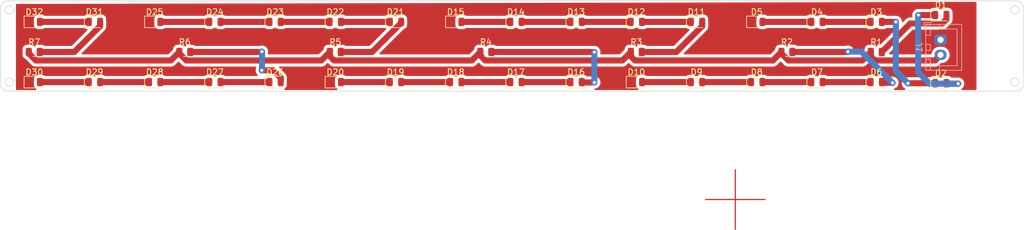
<source format=kicad_pcb>
(kicad_pcb (version 20221018) (generator pcbnew)
  (title_block (title "Brake_light") (date "2023-12-02") (rev "v1.4") (company "TTR_8th") (comment 1 "Designed By Howard Lee"))
  (layers (0 "F.Cu" signal) (31 "B.Cu" signal) (34 "B.Paste" user) (35 "F.Paste" user) (36 "B.SilkS" user "B.Silkscreen") (37 "F.SilkS" user "F.Silkscreen") (38 "B.Mask" user) (39 "F.Mask" user) (44 "Edge.Cuts" user))
  (net 0 "")
  (net 1 "Net-(D1-K)")
  (net 2 "Net-(D1-A)")
  (net 3 "/GND")
  (net 4 "Net-(D3-K)")
  (net 5 "Net-(D2-K)")
  (net 6 "Net-(D4-K)")
  (net 7 "Net-(D6-K)")
  (net 8 "Net-(D7-K)")
  (net 9 "Net-(D6-A)")
  (net 10 "Net-(D10-A)")
  (net 11 "Net-(D8-K)")
  (net 12 "Net-(D11-K)")
  (net 13 "Net-(D11-A)")
  (net 14 "Net-(D13-K)")
  (net 15 "Net-(D12-K)")
  (net 16 "Net-(D14-K)")
  (net 17 "Net-(D16-K)")
  (net 18 "Net-(D17-K)")
  (net 19 "Net-(D16-A)")
  (net 20 "Net-(D19-K)")
  (net 21 "Net-(D18-K)")
  (net 22 "Net-(D21-K)")
  (net 23 "Net-(D21-A)")
  (net 24 "Net-(D23-K)")
  (net 25 "Net-(D22-K)")
  (net 26 "Net-(D24-K)")
  (net 27 "Net-(D26-K)")
  (net 28 "Net-(D27-K)")
  (net 29 "Net-(D26-A)")
  (net 30 "Net-(D29-K)")
  (net 31 "Net-(D28-K)")
  (net 32 "/Vcc")
  (net 33 "Net-(D31-K)")
  (net 34 "Net-(D31-A)")
  (footprint "Resistor_SMD:R_0805_2012Metric" (layer "F.Cu") (at 195.497 98.497)
    (fp_text reference "R1" (at 0 -1.65) (layer "F.SilkS"))
    (fp_text value "220 Ohm")
    (fp_line (start -0.227064 -0.735) (end 0.227064 -0.735) (stroke (width 0.12)) (layer "F.SilkS"))
    (fp_line (start -0.227064 0.735) (end 0.227064 0.735) (stroke (width 0.12)) (layer "F.SilkS"))
    (pad "1" smd roundrect (at -0.9125 0) (size 1.025 1.4) (layers "F.Cu" "F.Paste" "F.Mask") (roundrect_rratio 0.243902439) (net 32 "/Vcc"))
    (pad "2" smd roundrect (at 0.9125 0) (size 1.025 1.4) (layers "F.Cu" "F.Paste" "F.Mask") (roundrect_rratio 0.243902439) (net 2 "Net-(D1-A)"))
  )
  (footprint "LED_SMD:LED_0805_2012Metric" (layer "F.Cu") (at 55.647 103.494)
    (fp_text reference "D30" (at 0 -1.65) (layer "F.SilkS"))
    (fp_text value "LED_Small")
    (fp_line (start -1.685 -0.96) (end -1.685 0.96) (stroke (width 0.12)) (layer "F.SilkS"))
    (fp_line (start -1.685 0.96) (end 1 0.96) (stroke (width 0.12)) (layer "F.SilkS"))
    (fp_line (start 1 -0.96) (end -1.685 -0.96) (stroke (width 0.12)) (layer "F.SilkS"))
    (pad "1" smd roundrect (at -0.9375 0) (size 0.975 1.4) (layers "F.Cu" "F.Paste" "F.Mask") (net 3 "/GND"))
    (pad "2" smd roundrect (at 0.9375 0) (size 0.975 1.4) (layers "F.Cu" "F.Paste" "F.Mask") (net 30 "Net-(D29-K)"))
  )
  (footprint "LED_SMD:LED_0805_2012Metric" (layer "F.Cu") (at 165.647 103.494)
    (fp_text reference "D9" (at 0 -1.65) (layer "F.SilkS"))
    (fp_text value "LED_Small")
    (fp_line (start -1.685 -0.96) (end -1.685 0.96) (stroke (width 0.12)) (layer "F.SilkS"))
    (fp_line (start -1.685 0.96) (end 1 0.96) (stroke (width 0.12)) (layer "F.SilkS"))
    (fp_line (start 1 -0.96) (end -1.685 -0.96) (stroke (width 0.12)) (layer "F.SilkS"))
    (pad "1" smd roundrect (at -0.9375 0) (size 0.975 1.4) (layers "F.Cu" "F.Paste" "F.Mask") (net 10 "Net-(D10-A)"))
    (pad "2" smd roundrect (at 0.9375 0) (size 0.975 1.4) (layers "F.Cu" "F.Paste" "F.Mask") (net 11 "Net-(D8-K)"))
  )
  (footprint "LED_SMD:LED_0805_2012Metric" (layer "F.Cu") (at 55.647 93.5)
    (fp_text reference "D32" (at 0 -1.65) (layer "F.SilkS"))
    (fp_text value "LED_Small")
    (fp_line (start -1.685 -0.96) (end -1.685 0.96) (stroke (width 0.12)) (layer "F.SilkS"))
    (fp_line (start -1.685 0.96) (end 1 0.96) (stroke (width 0.12)) (layer "F.SilkS"))
    (fp_line (start 1 -0.96) (end -1.685 -0.96) (stroke (width 0.12)) (layer "F.SilkS"))
    (pad "1" smd roundrect (at -0.9375 0) (size 0.975 1.4) (layers "F.Cu" "F.Paste" "F.Mask") (net 3 "/GND"))
    (pad "2" smd roundrect (at 0.9375 0) (size 0.975 1.4) (layers "F.Cu" "F.Paste" "F.Mask") (net 33 "Net-(D31-K)"))
  )
  (footprint "LED_SMD:LED_0805_2012Metric" (layer "F.Cu") (at 165.647 93.5)
    (fp_text reference "D11" (at 0 -1.65) (layer "F.SilkS"))
    (fp_text value "LED_Small")
    (fp_line (start -1.685 -0.96) (end -1.685 0.96) (stroke (width 0.12)) (layer "F.SilkS"))
    (fp_line (start -1.685 0.96) (end 1 0.96) (stroke (width 0.12)) (layer "F.SilkS"))
    (fp_line (start 1 -0.96) (end -1.685 -0.96) (stroke (width 0.12)) (layer "F.SilkS"))
    (pad "1" smd roundrect (at -0.9375 0) (size 0.975 1.4) (layers "F.Cu" "F.Paste" "F.Mask") (net 12 "Net-(D11-K)"))
    (pad "2" smd roundrect (at 0.9375 0) (size 0.975 1.4) (layers "F.Cu" "F.Paste" "F.Mask") (net 13 "Net-(D11-A)"))
  )
  (footprint "Resistor_SMD:R_0805_2012Metric" (layer "F.Cu") (at 80.647 98.497)
    (fp_text reference "R6" (at 0 -1.65) (layer "F.SilkS"))
    (fp_text value "220 Ohm")
    (fp_line (start -0.227064 -0.735) (end 0.227064 -0.735) (stroke (width 0.12)) (layer "F.SilkS"))
    (fp_line (start -0.227064 0.735) (end 0.227064 0.735) (stroke (width 0.12)) (layer "F.SilkS"))
    (pad "1" smd roundrect (at -0.9125 0) (size 1.025 1.4) (layers "F.Cu" "F.Paste" "F.Mask") (roundrect_rratio 0.243902439) (net 32 "/Vcc"))
    (pad "2" smd roundrect (at 0.9125 0) (size 1.025 1.4) (layers "F.Cu" "F.Paste" "F.Mask") (roundrect_rratio 0.243902439) (net 29 "Net-(D26-A)"))
  )
  (footprint "LED_SMD:LED_0805_2012Metric" (layer "F.Cu") (at 155.647 103.494)
    (fp_text reference "D10" (at 0 -1.65) (layer "F.SilkS"))
    (fp_text value "LED_Small")
    (fp_line (start -1.685 -0.96) (end -1.685 0.96) (stroke (width 0.12)) (layer "F.SilkS"))
    (fp_line (start -1.685 0.96) (end 1 0.96) (stroke (width 0.12)) (layer "F.SilkS"))
    (fp_line (start 1 -0.96) (end -1.685 -0.96) (stroke (width 0.12)) (layer "F.SilkS"))
    (pad "1" smd roundrect (at -0.9375 0) (size 0.975 1.4) (layers "F.Cu" "F.Paste" "F.Mask") (net 3 "/GND"))
    (pad "2" smd roundrect (at 0.9375 0) (size 0.975 1.4) (layers "F.Cu" "F.Paste" "F.Mask") (net 10 "Net-(D10-A)"))
  )
  (footprint "LED_SMD:LED_0805_2012Metric" (layer "F.Cu") (at 185.647 103.494)
    (fp_text reference "D7" (at 0 -1.65) (layer "F.SilkS"))
    (fp_text value "LED_Small")
    (fp_line (start -1.685 -0.96) (end -1.685 0.96) (stroke (width 0.12)) (layer "F.SilkS"))
    (fp_line (start -1.685 0.96) (end 1 0.96) (stroke (width 0.12)) (layer "F.SilkS"))
    (fp_line (start 1 -0.96) (end -1.685 -0.96) (stroke (width 0.12)) (layer "F.SilkS"))
    (pad "1" smd roundrect (at -0.9375 0) (size 0.975 1.4) (layers "F.Cu" "F.Paste" "F.Mask") (net 8 "Net-(D7-K)"))
    (pad "2" smd roundrect (at 0.9375 0) (size 0.975 1.4) (layers "F.Cu" "F.Paste" "F.Mask") (net 7 "Net-(D6-K)"))
  )
  (footprint "Resistor_SMD:R_0805_2012Metric" (layer "F.Cu") (at 155.647 98.497)
    (fp_text reference "R3" (at 0 -1.65) (layer "F.SilkS"))
    (fp_text value "220 Ohm")
    (fp_line (start -0.227064 -0.735) (end 0.227064 -0.735) (stroke (width 0.12)) (layer "F.SilkS"))
    (fp_line (start -0.227064 0.735) (end 0.227064 0.735) (stroke (width 0.12)) (layer "F.SilkS"))
    (pad "1" smd roundrect (at -0.9125 0) (size 1.025 1.4) (layers "F.Cu" "F.Paste" "F.Mask") (roundrect_rratio 0.243902439) (net 32 "/Vcc"))
    (pad "2" smd roundrect (at 0.9125 0) (size 1.025 1.4) (layers "F.Cu" "F.Paste" "F.Mask") (roundrect_rratio 0.243902439) (net 13 "Net-(D11-A)"))
  )
  (footprint "LED_SMD:LED_0805_2012Metric" (layer "F.Cu") (at 105.647 93.5)
    (fp_text reference "D22" (at 0 -1.65) (layer "F.SilkS"))
    (fp_text value "LED_Small")
    (fp_line (start -1.685 -0.96) (end -1.685 0.96) (stroke (width 0.12)) (layer "F.SilkS"))
    (fp_line (start -1.685 0.96) (end 1 0.96) (stroke (width 0.12)) (layer "F.SilkS"))
    (fp_line (start 1 -0.96) (end -1.685 -0.96) (stroke (width 0.12)) (layer "F.SilkS"))
    (pad "1" smd roundrect (at -0.9375 0) (size 0.975 1.4) (layers "F.Cu" "F.Paste" "F.Mask") (net 25 "Net-(D22-K)"))
    (pad "2" smd roundrect (at 0.9375 0) (size 0.975 1.4) (layers "F.Cu" "F.Paste" "F.Mask") (net 22 "Net-(D21-K)"))
  )
  (footprint "Resistor_SMD:R_0805_2012Metric" (layer "F.Cu") (at 105.647 98.497)
    (fp_text reference "R5" (at 0 -1.65) (layer "F.SilkS"))
    (fp_text value "220 Ohm")
    (fp_line (start -0.227064 -0.735) (end 0.227064 -0.735) (stroke (width 0.12)) (layer "F.SilkS"))
    (fp_line (start -0.227064 0.735) (end 0.227064 0.735) (stroke (width 0.12)) (layer "F.SilkS"))
    (pad "1" smd roundrect (at -0.9125 0) (size 1.025 1.4) (layers "F.Cu" "F.Paste" "F.Mask") (roundrect_rratio 0.243902439) (net 32 "/Vcc"))
    (pad "2" smd roundrect (at 0.9125 0) (size 1.025 1.4) (layers "F.Cu" "F.Paste" "F.Mask") (roundrect_rratio 0.243902439) (net 23 "Net-(D21-A)"))
  )
  (footprint "LED_SMD:LED_0805_2012Metric" (layer "F.Cu") (at 125.647 93.5)
    (fp_text reference "D15" (at 0 -1.65) (layer "F.SilkS"))
    (fp_text value "LED_Small")
    (fp_line (start -1.685 -0.96) (end -1.685 0.96) (stroke (width 0.12)) (layer "F.SilkS"))
    (fp_line (start -1.685 0.96) (end 1 0.96) (stroke (width 0.12)) (layer "F.SilkS"))
    (fp_line (start 1 -0.96) (end -1.685 -0.96) (stroke (width 0.12)) (layer "F.SilkS"))
    (pad "1" smd roundrect (at -0.9375 0) (size 0.975 1.4) (layers "F.Cu" "F.Paste" "F.Mask") (net 3 "/GND"))
    (pad "2" smd roundrect (at 0.9375 0) (size 0.975 1.4) (layers "F.Cu" "F.Paste" "F.Mask") (net 16 "Net-(D14-K)"))
  )
  (footprint "LED_SMD:LED_0805_2012Metric" (layer "F.Cu") (at 135.647 103.494)
    (fp_text reference "D17" (at 0 -1.65) (layer "F.SilkS"))
    (fp_text value "LED_Small")
    (fp_line (start -1.685 -0.96) (end -1.685 0.96) (stroke (width 0.12)) (layer "F.SilkS"))
    (fp_line (start -1.685 0.96) (end 1 0.96) (stroke (width 0.12)) (layer "F.SilkS"))
    (fp_line (start 1 -0.96) (end -1.685 -0.96) (stroke (width 0.12)) (layer "F.SilkS"))
    (pad "1" smd roundrect (at -0.9375 0) (size 0.975 1.4) (layers "F.Cu" "F.Paste" "F.Mask") (net 18 "Net-(D17-K)"))
    (pad "2" smd roundrect (at 0.9375 0) (size 0.975 1.4) (layers "F.Cu" "F.Paste" "F.Mask") (net 17 "Net-(D16-K)"))
  )
  (footprint "LED_SMD:LED_0805_2012Metric" (layer "F.Cu") (at 95.647 103.494)
    (fp_text reference "D26" (at 0 -1.65) (layer "F.SilkS"))
    (fp_text value "LED_Small")
    (fp_line (start -1.685 -0.96) (end -1.685 0.96) (stroke (width 0.12)) (layer "F.SilkS"))
    (fp_line (start -1.685 0.96) (end 1 0.96) (stroke (width 0.12)) (layer "F.SilkS"))
    (fp_line (start 1 -0.96) (end -1.685 -0.96) (stroke (width 0.12)) (layer "F.SilkS"))
    (pad "1" smd roundrect (at -0.9375 0) (size 0.975 1.4) (layers "F.Cu" "F.Paste" "F.Mask") (net 27 "Net-(D26-K)"))
    (pad "2" smd roundrect (at 0.9375 0) (size 0.975 1.4) (layers "F.Cu" "F.Paste" "F.Mask") (net 29 "Net-(D26-A)"))
  )
  (footprint "LED_SMD:LED_0805_2012Metric" (layer "F.Cu") (at 206.22 103.69)
    (fp_text reference "D2" (at 0 -1.65) (layer "F.SilkS"))
    (fp_text value "LED_Small")
    (fp_line (start -1.685 -0.96) (end -1.685 0.96) (stroke (width 0.12)) (layer "F.SilkS"))
    (fp_line (start -1.685 0.96) (end 1 0.96) (stroke (width 0.12)) (layer "F.SilkS"))
    (fp_line (start 1 -0.96) (end -1.685 -0.96) (stroke (width 0.12)) (layer "F.SilkS"))
    (pad "1" smd roundrect (at -0.9375 0) (size 0.975 1.4) (layers "F.Cu" "F.Paste" "F.Mask") (net 5 "Net-(D2-K)"))
    (pad "2" smd roundrect (at 0.9375 0) (size 0.975 1.4) (layers "F.Cu" "F.Paste" "F.Mask") (net 1 "Net-(D1-K)"))
  )
  (footprint "LED_SMD:LED_0805_2012Metric" (layer "F.Cu") (at 75.647 93.5)
    (fp_text reference "D25" (at 0 -1.65) (layer "F.SilkS"))
    (fp_text value "LED_Small")
    (fp_line (start -1.685 -0.96) (end -1.685 0.96) (stroke (width 0.12)) (layer "F.SilkS"))
    (fp_line (start -1.685 0.96) (end 1 0.96) (stroke (width 0.12)) (layer "F.SilkS"))
    (fp_line (start 1 -0.96) (end -1.685 -0.96) (stroke (width 0.12)) (layer "F.SilkS"))
    (pad "1" smd roundrect (at -0.9375 0) (size 0.975 1.4) (layers "F.Cu" "F.Paste" "F.Mask") (net 3 "/GND"))
    (pad "2" smd roundrect (at 0.9375 0) (size 0.975 1.4) (layers "F.Cu" "F.Paste" "F.Mask") (net 26 "Net-(D24-K)"))
  )
  (footprint "LED_SMD:LED_0805_2012Metric" (layer "F.Cu") (at 175.647 93.5)
    (fp_text reference "D5" (at 0 -1.65) (layer "F.SilkS"))
    (fp_text value "LED_Small")
    (fp_line (start -1.685 -0.96) (end -1.685 0.96) (stroke (width 0.12)) (layer "F.SilkS"))
    (fp_line (start -1.685 0.96) (end 1 0.96) (stroke (width 0.12)) (layer "F.SilkS"))
    (fp_line (start 1 -0.96) (end -1.685 -0.96) (stroke (width 0.12)) (layer "F.SilkS"))
    (pad "1" smd roundrect (at -0.9375 0) (size 0.975 1.4) (layers "F.Cu" "F.Paste" "F.Mask") (net 3 "/GND"))
    (pad "2" smd roundrect (at 0.9375 0) (size 0.975 1.4) (layers "F.Cu" "F.Paste" "F.Mask") (net 6 "Net-(D4-K)"))
  )
  (footprint "LED_SMD:LED_0805_2012Metric" (layer "F.Cu") (at 145.647 93.5)
    (fp_text reference "D13" (at 0 -1.65) (layer "F.SilkS"))
    (fp_text value "LED_Small")
    (fp_line (start -1.685 -0.96) (end -1.685 0.96) (stroke (width 0.12)) (layer "F.SilkS"))
    (fp_line (start -1.685 0.96) (end 1 0.96) (stroke (width 0.12)) (layer "F.SilkS"))
    (fp_line (start 1 -0.96) (end -1.685 -0.96) (stroke (width 0.12)) (layer "F.SilkS"))
    (pad "1" smd roundrect (at -0.9375 0) (size 0.975 1.4) (layers "F.Cu" "F.Paste" "F.Mask") (net 14 "Net-(D13-K)"))
    (pad "2" smd roundrect (at 0.9375 0) (size 0.975 1.4) (layers "F.Cu" "F.Paste" "F.Mask") (net 15 "Net-(D12-K)"))
  )
  (footprint "LED_SMD:LED_0805_2012Metric" (layer "F.Cu") (at 65.647 103.494)
    (fp_text reference "D29" (at 0 -1.65) (layer "F.SilkS"))
    (fp_text value "LED_Small")
    (fp_line (start -1.685 -0.96) (end -1.685 0.96) (stroke (width 0.12)) (layer "F.SilkS"))
    (fp_line (start -1.685 0.96) (end 1 0.96) (stroke (width 0.12)) (layer "F.SilkS"))
    (fp_line (start 1 -0.96) (end -1.685 -0.96) (stroke (width 0.12)) (layer "F.SilkS"))
    (pad "1" smd roundrect (at -0.9375 0) (size 0.975 1.4) (layers "F.Cu" "F.Paste" "F.Mask") (net 30 "Net-(D29-K)"))
    (pad "2" smd roundrect (at 0.9375 0) (size 0.975 1.4) (layers "F.Cu" "F.Paste" "F.Mask") (net 31 "Net-(D28-K)"))
  )
  (footprint "LED_SMD:LED_0805_2012Metric" (layer "F.Cu") (at 195.497 93.5)
    (fp_text reference "D3" (at 0 -1.65) (layer "F.SilkS"))
    (fp_text value "LED_Small")
    (fp_line (start -1.685 -0.96) (end -1.685 0.96) (stroke (width 0.12)) (layer "F.SilkS"))
    (fp_line (start -1.685 0.96) (end 1 0.96) (stroke (width 0.12)) (layer "F.SilkS"))
    (fp_line (start 1 -0.96) (end -1.685 -0.96) (stroke (width 0.12)) (layer "F.SilkS"))
    (pad "1" smd roundrect (at -0.9375 0) (size 0.975 1.4) (layers "F.Cu" "F.Paste" "F.Mask") (net 4 "Net-(D3-K)"))
    (pad "2" smd roundrect (at 0.9375 0) (size 0.975 1.4) (layers "F.Cu" "F.Paste" "F.Mask") (net 5 "Net-(D2-K)"))
  )
  (footprint "LED_SMD:LED_0805_2012Metric" (layer "F.Cu") (at 175.647 103.494)
    (fp_text reference "D8" (at 0 -1.65) (layer "F.SilkS"))
    (fp_text value "LED_Small")
    (fp_line (start -1.685 -0.96) (end -1.685 0.96) (stroke (width 0.12)) (layer "F.SilkS"))
    (fp_line (start -1.685 0.96) (end 1 0.96) (stroke (width 0.12)) (layer "F.SilkS"))
    (fp_line (start 1 -0.96) (end -1.685 -0.96) (stroke (width 0.12)) (layer "F.SilkS"))
    (pad "1" smd roundrect (at -0.9375 0) (size 0.975 1.4) (layers "F.Cu" "F.Paste" "F.Mask") (net 11 "Net-(D8-K)"))
    (pad "2" smd roundrect (at 0.9375 0) (size 0.975 1.4) (layers "F.Cu" "F.Paste" "F.Mask") (net 8 "Net-(D7-K)"))
  )
  (footprint "LED_SMD:LED_0805_2012Metric" (layer "F.Cu") (at 95.647 93.5)
    (fp_text reference "D23" (at 0 -1.65) (layer "F.SilkS"))
    (fp_text value "LED_Small")
    (fp_line (start -1.685 -0.96) (end -1.685 0.96) (stroke (width 0.12)) (layer "F.SilkS"))
    (fp_line (start -1.685 0.96) (end 1 0.96) (stroke (width 0.12)) (layer "F.SilkS"))
    (fp_line (start 1 -0.96) (end -1.685 -0.96) (stroke (width 0.12)) (layer "F.SilkS"))
    (pad "1" smd roundrect (at -0.9375 0) (size 0.975 1.4) (layers "F.Cu" "F.Paste" "F.Mask") (net 24 "Net-(D23-K)"))
    (pad "2" smd roundrect (at 0.9375 0) (size 0.975 1.4) (layers "F.Cu" "F.Paste" "F.Mask") (net 25 "Net-(D22-K)"))
  )
  (footprint "LED_SMD:LED_0805_2012Metric" (layer "F.Cu") (at 155.647 93.5)
    (fp_text reference "D12" (at 0 -1.65) (layer "F.SilkS"))
    (fp_text value "LED_Small")
    (fp_line (start -1.685 -0.96) (end -1.685 0.96) (stroke (width 0.12)) (layer "F.SilkS"))
    (fp_line (start -1.685 0.96) (end 1 0.96) (stroke (width 0.12)) (layer "F.SilkS"))
    (fp_line (start 1 -0.96) (end -1.685 -0.96) (stroke (width 0.12)) (layer "F.SilkS"))
    (pad "1" smd roundrect (at -0.9375 0) (size 0.975 1.4) (layers "F.Cu" "F.Paste" "F.Mask") (net 15 "Net-(D12-K)"))
    (pad "2" smd roundrect (at 0.9375 0) (size 0.975 1.4) (layers "F.Cu" "F.Paste" "F.Mask") (net 12 "Net-(D11-K)"))
  )
  (footprint "LED_SMD:LED_0805_2012Metric" (layer "F.Cu") (at 135.647 93.5)
    (fp_text reference "D14" (at 0 -1.65) (layer "F.SilkS"))
    (fp_text value "LED_Small")
    (fp_line (start -1.685 -0.96) (end -1.685 0.96) (stroke (width 0.12)) (layer "F.SilkS"))
    (fp_line (start -1.685 0.96) (end 1 0.96) (stroke (width 0.12)) (layer "F.SilkS"))
    (fp_line (start 1 -0.96) (end -1.685 -0.96) (stroke (width 0.12)) (layer "F.SilkS"))
    (pad "1" smd roundrect (at -0.9375 0) (size 0.975 1.4) (layers "F.Cu" "F.Paste" "F.Mask") (net 16 "Net-(D14-K)"))
    (pad "2" smd roundrect (at 0.9375 0) (size 0.975 1.4) (layers "F.Cu" "F.Paste" "F.Mask") (net 14 "Net-(D13-K)"))
  )
  (footprint "LED_SMD:LED_0805_2012Metric" (layer "F.Cu") (at 185.647 93.5)
    (fp_text reference "D4" (at 0 -1.65) (layer "F.SilkS"))
    (fp_text value "LED_Small")
    (fp_line (start -1.685 -0.96) (end -1.685 0.96) (stroke (width 0.12)) (layer "F.SilkS"))
    (fp_line (start -1.685 0.96) (end 1 0.96) (stroke (width 0.12)) (layer "F.SilkS"))
    (fp_line (start 1 -0.96) (end -1.685 -0.96) (stroke (width 0.12)) (layer "F.SilkS"))
    (pad "1" smd roundrect (at -0.9375 0) (size 0.975 1.4) (layers "F.Cu" "F.Paste" "F.Mask") (net 6 "Net-(D4-K)"))
    (pad "2" smd roundrect (at 0.9375 0) (size 0.975 1.4) (layers "F.Cu" "F.Paste" "F.Mask") (net 4 "Net-(D3-K)"))
  )
  (footprint "LED_SMD:LED_0805_2012Metric" (layer "F.Cu") (at 65.647 93.5)
    (fp_text reference "D31" (at 0 -1.65) (layer "F.SilkS"))
    (fp_text value "LED_Small")
    (fp_line (start -1.685 -0.96) (end -1.685 0.96) (stroke (width 0.12)) (layer "F.SilkS"))
    (fp_line (start -1.685 0.96) (end 1 0.96) (stroke (width 0.12)) (layer "F.SilkS"))
    (fp_line (start 1 -0.96) (end -1.685 -0.96) (stroke (width 0.12)) (layer "F.SilkS"))
    (pad "1" smd roundrect (at -0.9375 0) (size 0.975 1.4) (layers "F.Cu" "F.Paste" "F.Mask") (net 33 "Net-(D31-K)"))
    (pad "2" smd roundrect (at 0.9375 0) (size 0.975 1.4) (layers "F.Cu" "F.Paste" "F.Mask") (net 34 "Net-(D31-A)"))
  )
  (footprint "LED_SMD:LED_0805_2012Metric" (layer "F.Cu") (at 105.647 103.494)
    (fp_text reference "D20" (at 0 -1.65) (layer "F.SilkS"))
    (fp_text value "LED_Small")
    (fp_line (start -1.685 -0.96) (end -1.685 0.96) (stroke (width 0.12)) (layer "F.SilkS"))
    (fp_line (start -1.685 0.96) (end 1 0.96) (stroke (width 0.12)) (layer "F.SilkS"))
    (fp_line (start 1 -0.96) (end -1.685 -0.96) (stroke (width 0.12)) (layer "F.SilkS"))
    (pad "1" smd roundrect (at -0.9375 0) (size 0.975 1.4) (layers "F.Cu" "F.Paste" "F.Mask") (net 3 "/GND"))
    (pad "2" smd roundrect (at 0.9375 0) (size 0.975 1.4) (layers "F.Cu" "F.Paste" "F.Mask") (net 20 "Net-(D19-K)"))
  )
  (footprint "LED_SMD:LED_0805_2012Metric" (layer "F.Cu") (at 115.647 93.5)
    (fp_text reference "D21" (at 0 -1.65) (layer "F.SilkS"))
    (fp_text value "LED_Small")
    (fp_line (start -1.685 -0.96) (end -1.685 0.96) (stroke (width 0.12)) (layer "F.SilkS"))
    (fp_line (start -1.685 0.96) (end 1 0.96) (stroke (width 0.12)) (layer "F.SilkS"))
    (fp_line (start 1 -0.96) (end -1.685 -0.96) (stroke (width 0.12)) (layer "F.SilkS"))
    (pad "1" smd roundrect (at -0.9375 0) (size 0.975 1.4) (layers "F.Cu" "F.Paste" "F.Mask") (net 22 "Net-(D21-K)"))
    (pad "2" smd roundrect (at 0.9375 0) (size 0.975 1.4) (layers "F.Cu" "F.Paste" "F.Mask") (net 23 "Net-(D21-A)"))
  )
  (footprint "LED_SMD:LED_0805_2012Metric" (layer "F.Cu") (at 145.647 103.494)
    (fp_text reference "D16" (at 0 -1.65) (layer "F.SilkS"))
    (fp_text value "LED_Small")
    (fp_line (start -1.685 -0.96) (end -1.685 0.96) (stroke (width 0.12)) (layer "F.SilkS"))
    (fp_line (start -1.685 0.96) (end 1 0.96) (stroke (width 0.12)) (layer "F.SilkS"))
    (fp_line (start 1 -0.96) (end -1.685 -0.96) (stroke (width 0.12)) (layer "F.SilkS"))
    (pad "1" smd roundrect (at -0.9375 0) (size 0.975 1.4) (layers "F.Cu" "F.Paste" "F.Mask") (net 17 "Net-(D16-K)"))
    (pad "2" smd roundrect (at 0.9375 0) (size 0.975 1.4) (layers "F.Cu" "F.Paste" "F.Mask") (net 19 "Net-(D16-A)"))
  )
  (footprint "LED_SMD:LED_0805_2012Metric" (layer "F.Cu") (at 85.647 93.5)
    (fp_text reference "D24" (at 0 -1.65) (layer "F.SilkS"))
    (fp_text value "LED_Small")
    (fp_line (start -1.685 -0.96) (end -1.685 0.96) (stroke (width 0.12)) (layer "F.SilkS"))
    (fp_line (start -1.685 0.96) (end 1 0.96) (stroke (width 0.12)) (layer "F.SilkS"))
    (fp_line (start 1 -0.96) (end -1.685 -0.96) (stroke (width 0.12)) (layer "F.SilkS"))
    (pad "1" smd roundrect (at -0.9375 0) (size 0.975 1.4) (layers "F.Cu" "F.Paste" "F.Mask") (net 26 "Net-(D24-K)"))
    (pad "2" smd roundrect (at 0.9375 0) (size 0.975 1.4) (layers "F.Cu" "F.Paste" "F.Mask") (net 24 "Net-(D23-K)"))
  )
  (footprint "LED_SMD:LED_0805_2012Metric" (layer "F.Cu") (at 115.647 103.494)
    (fp_text reference "D19" (at 0 -1.65) (layer "F.SilkS"))
    (fp_text value "LED_Small")
    (fp_line (start -1.685 -0.96) (end -1.685 0.96) (stroke (width 0.12)) (layer "F.SilkS"))
    (fp_line (start -1.685 0.96) (end 1 0.96) (stroke (width 0.12)) (layer "F.SilkS"))
    (fp_line (start 1 -0.96) (end -1.685 -0.96) (stroke (width 0.12)) (layer "F.SilkS"))
    (pad "1" smd roundrect (at -0.9375 0) (size 0.975 1.4) (layers "F.Cu" "F.Paste" "F.Mask") (net 20 "Net-(D19-K)"))
    (pad "2" smd roundrect (at 0.9375 0) (size 0.975 1.4) (layers "F.Cu" "F.Paste" "F.Mask") (net 21 "Net-(D18-K)"))
  )
  (footprint "LED_SMD:LED_0805_2012Metric" (layer "F.Cu") (at 206.22 92.36)
    (fp_text reference "D1" (at 0 -1.65) (layer "F.SilkS"))
    (fp_text value "LED_Small")
    (fp_line (start -1.685 -0.96) (end -1.685 0.96) (stroke (width 0.12)) (layer "F.SilkS"))
    (fp_line (start -1.685 0.96) (end 1 0.96) (stroke (width 0.12)) (layer "F.SilkS"))
    (fp_line (start 1 -0.96) (end -1.685 -0.96) (stroke (width 0.12)) (layer "F.SilkS"))
    (pad "1" smd roundrect (at -0.9375 0) (size 0.975 1.4) (layers "F.Cu" "F.Paste" "F.Mask") (net 1 "Net-(D1-K)"))
    (pad "2" smd roundrect (at 0.9375 0) (size 0.975 1.4) (layers "F.Cu" "F.Paste" "F.Mask") (net 2 "Net-(D1-A)"))
  )
  (footprint "LED_SMD:LED_0805_2012Metric" (layer "F.Cu") (at 195.497 103.494)
    (fp_text reference "D6" (at 0 -1.65) (layer "F.SilkS"))
    (fp_text value "LED_Small")
    (fp_line (start -1.685 -0.96) (end -1.685 0.96) (stroke (width 0.12)) (layer "F.SilkS"))
    (fp_line (start -1.685 0.96) (end 1 0.96) (stroke (width 0.12)) (layer "F.SilkS"))
    (fp_line (start 1 -0.96) (end -1.685 -0.96) (stroke (width 0.12)) (layer "F.SilkS"))
    (pad "1" smd roundrect (at -0.9375 0) (size 0.975 1.4) (layers "F.Cu" "F.Paste" "F.Mask") (net 7 "Net-(D6-K)"))
    (pad "2" smd roundrect (at 0.9375 0) (size 0.975 1.4) (layers "F.Cu" "F.Paste" "F.Mask") (net 9 "Net-(D6-A)"))
  )
  (footprint "LED_SMD:LED_0805_2012Metric" (layer "F.Cu") (at 125.647 103.494)
    (fp_text reference "D18" (at 0 -1.65) (layer "F.SilkS"))
    (fp_text value "LED_Small")
    (fp_line (start -1.685 -0.96) (end -1.685 0.96) (stroke (width 0.12)) (layer "F.SilkS"))
    (fp_line (start -1.685 0.96) (end 1 0.96) (stroke (width 0.12)) (layer "F.SilkS"))
    (fp_line (start 1 -0.96) (end -1.685 -0.96) (stroke (width 0.12)) (layer "F.SilkS"))
    (pad "1" smd roundrect (at -0.9375 0) (size 0.975 1.4) (layers "F.Cu" "F.Paste" "F.Mask") (net 21 "Net-(D18-K)"))
    (pad "2" smd roundrect (at 0.9375 0) (size 0.975 1.4) (layers "F.Cu" "F.Paste" "F.Mask") (net 18 "Net-(D17-K)"))
  )
  (footprint "LED_SMD:LED_0805_2012Metric" (layer "F.Cu") (at 75.647 103.494)
    (fp_text reference "D28" (at 0 -1.65) (layer "F.SilkS"))
    (fp_text value "LED_Small")
    (fp_line (start -1.685 -0.96) (end -1.685 0.96) (stroke (width 0.12)) (layer "F.SilkS"))
    (fp_line (start -1.685 0.96) (end 1 0.96) (stroke (width 0.12)) (layer "F.SilkS"))
    (fp_line (start 1 -0.96) (end -1.685 -0.96) (stroke (width 0.12)) (layer "F.SilkS"))
    (pad "1" smd roundrect (at -0.9375 0) (size 0.975 1.4) (layers "F.Cu" "F.Paste" "F.Mask") (net 31 "Net-(D28-K)"))
    (pad "2" smd roundrect (at 0.9375 0) (size 0.975 1.4) (layers "F.Cu" "F.Paste" "F.Mask") (net 28 "Net-(D27-K)"))
  )
  (footprint "Resistor_SMD:R_0805_2012Metric" (layer "F.Cu") (at 180.647 98.497)
    (fp_text reference "R2" (at 0 -1.65) (layer "F.SilkS"))
    (fp_text value "220 Ohm")
    (fp_line (start -0.227064 -0.735) (end 0.227064 -0.735) (stroke (width 0.12)) (layer "F.SilkS"))
    (fp_line (start -0.227064 0.735) (end 0.227064 0.735) (stroke (width 0.12)) (layer "F.SilkS"))
    (pad "1" smd roundrect (at -0.9125 0) (size 1.025 1.4) (layers "F.Cu" "F.Paste" "F.Mask") (roundrect_rratio 0.243902439) (net 32 "/Vcc"))
    (pad "2" smd roundrect (at 0.9125 0) (size 1.025 1.4) (layers "F.Cu" "F.Paste" "F.Mask") (roundrect_rratio 0.243902439) (net 9 "Net-(D6-A)"))
  )
  (footprint "Resistor_SMD:R_0805_2012Metric" (layer "F.Cu") (at 130.647 98.497)
    (fp_text reference "R4" (at 0 -1.65) (layer "F.SilkS"))
    (fp_text value "220 Ohm")
    (fp_line (start -0.227064 -0.735) (end 0.227064 -0.735) (stroke (width 0.12)) (layer "F.SilkS"))
    (fp_line (start -0.227064 0.735) (end 0.227064 0.735) (stroke (width 0.12)) (layer "F.SilkS"))
    (pad "1" smd roundrect (at -0.9125 0) (size 1.025 1.4) (layers "F.Cu" "F.Paste" "F.Mask") (roundrect_rratio 0.243902439) (net 32 "/Vcc"))
    (pad "2" smd roundrect (at 0.9125 0) (size 1.025 1.4) (layers "F.Cu" "F.Paste" "F.Mask") (roundrect_rratio 0.243902439) (net 19 "Net-(D16-A)"))
  )
  (footprint "Resistor_SMD:R_0805_2012Metric" (layer "F.Cu") (at 55.647 98.497)
    (fp_text reference "R7" (at 0 -1.65) (layer "F.SilkS"))
    (fp_text value "520 Ohm")
    (fp_line (start -0.227064 -0.735) (end 0.227064 -0.735) (stroke (width 0.12)) (layer "F.SilkS"))
    (fp_line (start -0.227064 0.735) (end 0.227064 0.735) (stroke (width 0.12)) (layer "F.SilkS"))
    (pad "1" smd roundrect (at -0.9125 0) (size 1.025 1.4) (layers "F.Cu" "F.Paste" "F.Mask") (roundrect_rratio 0.243902439) (net 32 "/Vcc"))
    (pad "2" smd roundrect (at 0.9125 0) (size 1.025 1.4) (layers "F.Cu" "F.Paste" "F.Mask") (roundrect_rratio 0.243902439) (net 34 "Net-(D31-A)"))
  )
  (footprint "LED_SMD:LED_0805_2012Metric" (layer "F.Cu") (at 85.647 103.494)
    (fp_text reference "D27" (at 0 -1.65) (layer "F.SilkS"))
    (fp_text value "LED_Small")
    (fp_line (start -1.685 -0.96) (end -1.685 0.96) (stroke (width 0.12)) (layer "F.SilkS"))
    (fp_line (start -1.685 0.96) (end 1 0.96) (stroke (width 0.12)) (layer "F.SilkS"))
    (fp_line (start 1 -0.96) (end -1.685 -0.96) (stroke (width 0.12)) (layer "F.SilkS"))
    (pad "1" smd roundrect (at -0.9375 0) (size 0.975 1.4) (layers "F.Cu" "F.Paste" "F.Mask") (net 28 "Net-(D27-K)"))
    (pad "2" smd roundrect (at 0.9375 0) (size 0.975 1.4) (layers "F.Cu" "F.Paste" "F.Mask") (net 27 "Net-(D26-K)"))
  )
  (footprint "Connector_JST:JST_XH_B2B-XH-A_1x02_P2.50mm_Vertical" (layer "B.Cu") (at 206.174 96.477 -90)
    (fp_text reference "J1" (at 1.25 3.55 90) (layer "B.SilkS") (effects (justify mirror)))
    (fp_text value "Conn_01x02")
    (fp_line (start -2.85 2.75) (end -2.85 1.5) (stroke (width 0.12)) (layer "B.SilkS"))
    (fp_line (start -2.56 -3.51) (end 5.06 -3.51) (stroke (width 0.12)) (layer "B.SilkS"))
    (fp_line (start -2.56 2.46) (end -2.56 -3.51) (stroke (width 0.12)) (layer "B.SilkS"))
    (fp_line (start -2.55 0.2) (end -1.8 0.2) (stroke (width 0.12)) (layer "B.SilkS"))
    (fp_line (start -2.55 1.7) (end -0.75 1.7) (stroke (width 0.12)) (layer "B.SilkS"))
    (fp_line (start -2.55 2.45) (end -2.55 1.7) (stroke (width 0.12)) (layer "B.SilkS"))
    (fp_line (start -1.8 -2.75) (end 1.25 -2.75) (stroke (width 0.12)) (layer "B.SilkS"))
    (fp_line (start -1.8 0.2) (end -1.8 -2.75) (stroke (width 0.12)) (layer "B.SilkS"))
    (fp_line (start -1.6 2.75) (end -2.85 2.75) (stroke (width 0.12)) (layer "B.SilkS"))
    (fp_line (start -0.75 1.7) (end -0.75 2.45) (stroke (width 0.12)) (layer "B.SilkS"))
    (fp_line (start -0.75 2.45) (end -2.55 2.45) (stroke (width 0.12)) (layer "B.SilkS"))
    (fp_line (start 0.75 1.7) (end 1.75 1.7) (stroke (width 0.12)) (layer "B.SilkS"))
    (fp_line (start 0.75 2.45) (end 0.75 1.7) (stroke (width 0.12)) (layer "B.SilkS"))
    (fp_line (start 1.75 1.7) (end 1.75 2.45) (stroke (width 0.12)) (layer "B.SilkS"))
    (fp_line (start 1.75 2.45) (end 0.75 2.45) (stroke (width 0.12)) (layer "B.SilkS"))
    (fp_line (start 3.25 1.7) (end 5.05 1.7) (stroke (width 0.12)) (layer "B.SilkS"))
    (fp_line (start 3.25 2.45) (end 3.25 1.7) (stroke (width 0.12)) (layer "B.SilkS"))
    (fp_line (start 4.3 -2.75) (end 1.25 -2.75) (stroke (width 0.12)) (layer "B.SilkS"))
    (fp_line (start 4.3 0.2) (end 4.3 -2.75) (stroke (width 0.12)) (layer "B.SilkS"))
    (fp_line (start 5.05 0.2) (end 4.3 0.2) (stroke (width 0.12)) (layer "B.SilkS"))
    (fp_line (start 5.05 1.7) (end 5.05 2.45) (stroke (width 0.12)) (layer "B.SilkS"))
    (fp_line (start 5.05 2.45) (end 3.25 2.45) (stroke (width 0.12)) (layer "B.SilkS"))
    (fp_line (start 5.06 -3.51) (end 5.06 2.46) (stroke (width 0.12)) (layer "B.SilkS"))
    (fp_line (start 5.06 2.46) (end -2.56 2.46) (stroke (width 0.12)) (layer "B.SilkS"))
    (pad "1" thru_hole roundrect (at 0 0 270) (size 1.7 2) (drill 1) (layers "*.Cu" "*.Mask") (roundrect_rratio 0.1470588235) (net 3 "/GND"))
    (pad "2" thru_hole oval (at 2.5 0 270) (size 1.7 2) (drill 1) (layers "*.Cu" "*.Mask") (net 32 "/Vcc"))
  )
  (gr_arc (start 218.746089 90.003872) (mid 219.63 90.37) (end 219.996128 91.253911) (stroke (width 0.1)) (layer "Edge.Cuts"))
  (gr_circle (center 51.5 103.5) (end 52.2 103.5) (stroke (width 0.1)) (fill none) (layer "Edge.Cuts"))
  (gr_circle (center 218.5 103.5) (end 219.2 103.5) (stroke (width 0.1)) (fill none) (layer "Edge.Cuts"))
  (gr_line (start 51.253911 90.003872) (end 218.746089 90.003872) (stroke (width 0.1)) (layer "Edge.Cuts"))
  (gr_arc (start 219.996128 103.746089) (mid 219.63 104.63) (end 218.746089 104.996128) (stroke (width 0.1)) (layer "Edge.Cuts"))
  (gr_line (start 50.003872 103.746089) (end 50.003872 91.253911) (stroke (width 0.1)) (layer "Edge.Cuts"))
  (gr_arc (start 50.003872 91.253911) (mid 50.37 90.37) (end 51.253911 90.003872) (stroke (width 0.1)) (layer "Edge.Cuts"))
  (gr_line (start 219.996128 91.253911) (end 219.996128 103.746089) (stroke (width 0.1)) (layer "Edge.Cuts"))
  (gr_arc (start 51.253911 104.996128) (mid 50.37 104.63) (end 50.003872 103.746089) (stroke (width 0.1)) (layer "Edge.Cuts"))
  (gr_circle (center 218.5 91.5) (end 219.2 91.5) (stroke (width 0.1)) (fill none) (layer "Edge.Cuts"))
  (gr_circle (center 51.5 91.5) (end 52.2 91.5) (stroke (width 0.1)) (fill none) (layer "Edge.Cuts"))
  (gr_line (start 218.746089 104.996128) (end 51.253911 104.996128) (stroke (width 0.1)) (layer "Edge.Cuts"))
  (dimension (type center) (layer "F.Cu") (pts (xy 172.085 122.995) (xy 177.038 122.995)) (style (thickness 0.2) (arrow_length 1.27) (text_position_mode 0) (extension_offset 0.5) keep_text_aligned))
  (segment (start 202.49 92.37) (end 205.2725 92.37) (width 1.016) (layer "F.Cu") (net 1))
  (segment (start 207.2275 103.76) (end 207.1575 103.69) (width 1.016) (layer "F.Cu") (net 1))
  (segment (start 209.1 103.76) (end 207.2275 103.76) (width 1.016) (layer "F.Cu") (net 1))
  (segment (start 205.2725 92.37) (end 205.2825 92.36) (width 1.016) (layer "F.Cu") (net 1))
  (via (at 202.49 92.37) (size 1) (drill 0.5) (layers "F.Cu" "B.Cu") (net 1))
  (via (at 209.1 103.76) (size 1) (drill 0.5) (layers "F.Cu" "B.Cu") (net 1))
  (segment (start 202.45 92.41) (end 202.49 92.37) (width 1.016) (layer "B.Cu") (net 1))
  (segment (start 204.35 103.76) (end 209.1 103.76) (width 1.016) (layer "B.Cu") (net 1))
  (segment (start 202.45 101.86) (end 204.35 103.76) (width 1.016) (layer "B.Cu") (net 1))
  (segment (start 202.45 101.86) (end 202.45 92.41) (width 1.016) (layer "B.Cu") (net 1))
  (segment (start 207.1575 93.06) (end 206.4495 93.768) (width 1.016) (layer "F.Cu") (net 2))
  (segment (start 206.4495 93.768) (end 201.1385 93.768) (width 1.016) (layer "F.Cu") (net 2))
  (segment (start 201.1385 93.768) (end 196.4095 98.497) (width 1.016) (layer "F.Cu") (net 2))
  (segment (start 207.1575 92.36) (end 207.1575 93.06) (width 1.016) (layer "F.Cu") (net 2))
  (segment (start 186.5845 93.5) (end 194.5595 93.5) (width 1.016) (layer "F.Cu") (net 4))
  (segment (start 200.75 103.69) (end 205.2825 103.69) (width 1.016) (layer "F.Cu") (net 5))
  (segment (start 196.4345 93.5) (end 198.75 93.5) (width 1.016) (layer "F.Cu") (net 5))
  (via (at 200.75 103.69) (size 1) (drill 0.5) (layers "F.Cu" "B.Cu") (net 5))
  (via (at 198.75 93.5) (size 1) (drill 0.5) (layers "F.Cu" "B.Cu") (net 5))
  (segment (start 198.75 101.69) (end 200.75 103.69) (width 1.016) (layer "B.Cu") (net 5))
  (segment (start 198.75 101.31) (end 198.75 101.69) (width 1.016) (layer "B.Cu") (net 5))
  (segment (start 198.75 93.5) (end 198.75 100.35) (width 1.016) (layer "B.Cu") (net 5))
  (segment (start 198.75 100.35) (end 198.75 101.31) (width 1.016) (layer "B.Cu") (net 5))
  (segment (start 176.5845 93.5) (end 184.7095 93.5) (width 1.016) (layer "F.Cu") (net 6))
  (segment (start 194.5595 103.494) (end 186.5845 103.494) (width 1.016) (layer "F.Cu") (net 7))
  (segment (start 184.7095 103.494) (end 176.5845 103.494) (width 1.016) (layer "F.Cu") (net 8))
  (segment (start 198.2 103.61) (end 196.5505 103.61) (width 1.016) (layer "F.Cu") (net 9))
  (segment (start 196.5505 103.61) (end 196.4345 103.494) (width 1.016) (layer "F.Cu") (net 9))
  (segment (start 190.733 98.497) (end 190.79 98.44) (width 1.016) (layer "F.Cu") (net 9))
  (segment (start 181.5595 98.497) (end 190.733 98.497) (width 1.016) (layer "F.Cu") (net 9))
  (via (at 190.79 98.44) (size 1) (drill 0.5) (layers "F.Cu" "B.Cu") (net 9))
  (via (at 198.2 103.61) (size 1) (drill 0.5) (layers "F.Cu" "B.Cu") (net 9))
  (segment (start 190.79 98.44) (end 193.03 98.44) (width 1.016) (layer "B.Cu") (net 9))
  (segment (start 193.03 98.44) (end 198.2 103.61) (width 1.016) (layer "B.Cu") (net 9))
  (segment (start 164.7095 103.494) (end 156.5845 103.494) (width 1.016) (layer "F.Cu") (net 10))
  (segment (start 174.7095 103.494) (end 166.5845 103.494) (width 1.016) (layer "F.Cu") (net 11))
  (segment (start 156.5845 93.5) (end 164.7095 93.5) (width 1.016) (layer "F.Cu") (net 12))
  (segment (start 156.5595 98.497) (end 162.2875 98.497) (width 1.016) (layer "F.Cu") (net 13))
  (segment (start 166.5845 94.2) (end 166.5845 93.5) (width 1.016) (layer "F.Cu") (net 13))
  (segment (start 162.2875 98.497) (end 166.5845 94.2) (width 1.016) (layer "F.Cu") (net 13))
  (segment (start 136.5845 93.5) (end 144.7095 93.5) (width 1.016) (layer "F.Cu") (net 14))
  (segment (start 146.5845 93.5) (end 154.7095 93.5) (width 1.016) (layer "F.Cu") (net 15))
  (segment (start 126.5845 93.5) (end 134.7095 93.5) (width 1.016) (layer "F.Cu") (net 16))
  (segment (start 144.7095 103.494) (end 136.5845 103.494) (width 1.016) (layer "F.Cu") (net 17))
  (segment (start 134.7095 103.494) (end 126.5845 103.494) (width 1.016) (layer "F.Cu") (net 18))
  (segment (start 148.647 98.497) (end 148.67 98.52) (width 1.016) (layer "F.Cu") (net 19))
  (segment (start 146.558 103.4675) (end 146.5845 103.494) (width 0.254) (layer "F.Cu") (net 19))
  (segment (start 148.67 103.56) (end 146.6505 103.56) (width 1.016) (layer "F.Cu") (net 19))
  (segment (start 146.61 103.4685) (end 146.5845 103.494) (width 1.016) (layer "F.Cu") (net 19))
  (segment (start 131.5595 98.497) (end 148.647 98.497) (width 1.016) (layer "F.Cu") (net 19))
  (segment (start 146.6505 103.56) (end 146.5845 103.494) (width 1.016) (layer "F.Cu") (net 19))
  (via (at 148.67 103.56) (size 1) (drill 0.5) (layers "F.Cu" "B.Cu") (net 19))
  (via (at 148.67 98.52) (size 1) (drill 0.5) (layers "F.Cu" "B.Cu") (net 19))
  (segment (start 148.67 98.52) (end 148.67 103.56) (width 1.016) (layer "B.Cu") (net 19))
  (segment (start 114.7095 103.494) (end 106.5845 103.494) (width 1.016) (layer "F.Cu") (net 20))
  (segment (start 124.7095 103.494) (end 116.5845 103.494) (width 1.016) (layer "F.Cu") (net 21))
  (segment (start 106.5845 93.5) (end 114.7095 93.5) (width 1.016) (layer "F.Cu") (net 22))
  (segment (start 111.758478 98.497) (end 116.5845 93.670978) (width 1.016) (layer "F.Cu") (net 23))
  (segment (start 116.5845 93.670978) (end 116.5845 93.5) (width 1.016) (layer "F.Cu") (net 23))
  (segment (start 106.5595 98.497) (end 111.758478 98.497) (width 1.016) (layer "F.Cu") (net 23))
  (segment (start 86.5845 93.5) (end 94.7095 93.5) (width 1.016) (layer "F.Cu") (net 24))
  (segment (start 96.5845 93.5) (end 104.7095 93.5) (width 1.016) (layer "F.Cu") (net 25))
  (segment (start 76.5845 93.5) (end 84.7095 93.5) (width 1.016) (layer "F.Cu") (net 26))
  (segment (start 94.7095 103.494) (end 86.5845 103.494) (width 1.016) (layer "F.Cu") (net 27))
  (segment (start 84.7095 103.494) (end 76.5845 103.494) (width 1.016) (layer "F.Cu") (net 28))
  (segment (start 93.413 98.497) (end 93.47 98.44) (width 1.016) (layer "F.Cu") (net 29))
  (segment (start 95.3305 101.54) (end 96.5845 102.794) (width 1.016) (layer "F.Cu") (net 29))
  (segment (start 93.43 101.54) (end 95.3305 101.54) (width 1.016) (layer "F.Cu") (net 29))
  (segment (start 96.52 103.4295) (end 96.5845 103.494) (width 0.254) (layer "F.Cu") (net 29))
  (segment (start 96.5845 102.794) (end 96.5845 103.494) (width 1.016) (layer "F.Cu") (net 29))
  (segment (start 81.5595 98.497) (end 93.413 98.497) (width 1.016) (layer "F.Cu") (net 29))
  (via (at 93.43 101.54) (size 1) (drill 0.5) (layers "F.Cu" "B.Cu") (net 29))
  (via (at 93.47 98.44) (size 1) (drill 0.5) (layers "F.Cu" "B.Cu") (net 29))
  (segment (start 93.47 98.44) (end 93.47 101.5) (width 1.016) (layer "B.Cu") (net 29))
  (segment (start 93.47 101.5) (end 93.43 101.54) (width 1.016) (layer "B.Cu") (net 29))
  (segment (start 64.7095 103.494) (end 56.5845 103.494) (width 1.016) (layer "F.Cu") (net 30))
  (segment (start 74.7095 103.494) (end 66.5845 103.494) (width 1.016) (layer "F.Cu") (net 31))
  (segment (start 129.7345 99.0745) (end 129.7345 98.497) (width 1.016) (layer "F.Cu") (net 32))
  (segment (start 179.7345 98.739318) (end 179.7345 98.497) (width 1.016) (layer "F.Cu") (net 32))
  (segment (start 154.7345 99.197) (end 154.7345 98.497) (width 1.016) (layer "F.Cu") (net 32))
  (segment (start 104.7345 98.497) (end 103.3265 99.905) (width 1.016) (layer "F.Cu") (net 32))
  (segment (start 128.3265 99.905) (end 105.4425 99.905) (width 1.016) (layer "F.Cu") (net 32))
  (segment (start 103.3265 99.905) (end 80.900182 99.905) (width 1.016) (layer "F.Cu") (net 32))
  (segment (start 78.3265 99.905) (end 55.900182 99.905) (width 1.016) (layer "F.Cu") (net 32))
  (segment (start 205.246 99.905) (end 195.2925 99.905) (width 1.016) (layer "F.Cu") (net 32))
  (segment (start 130.565 99.905) (end 129.7345 99.0745) (width 1.016) (layer "F.Cu") (net 32))
  (segment (start 80.900182 99.905) (end 79.7345 98.739318) (width 1.016) (layer "F.Cu") (net 32))
  (segment (start 154.7345 98.497) (end 153.3265 99.905) (width 1.016) (layer "F.Cu") (net 32))
  (segment (start 54.7345 98.739318) (end 54.7345 98.497) (width 1.016) (layer "F.Cu") (net 32))
  (segment (start 193.1765 99.905) (end 180.900182 99.905) (width 1.016) (layer "F.Cu") (net 32))
  (segment (start 129.7345 98.497) (end 128.3265 99.905) (width 1.016) (layer "F.Cu") (net 32))
  (segment (start 55.900182 99.905) (end 54.7345 98.739318) (width 1.016) (layer "F.Cu") (net 32))
  (segment (start 195.2925 99.905) (end 194.5845 99.197) (width 1.016) (layer "F.Cu") (net 32))
  (segment (start 105.4425 99.905) (end 104.7345 99.197) (width 1.016) (layer "F.Cu") (net 32))
  (segment (start 155.4425 99.905) (end 154.7345 99.197) (width 1.016) (layer "F.Cu") (net 32))
  (segment (start 79.7345 98.497) (end 78.3265 99.905) (width 1.016) (layer "F.Cu") (net 32))
  (segment (start 194.5845 98.497) (end 193.1765 99.905) (width 1.016) (layer "F.Cu") (net 32))
  (segment (start 178.3265 99.905) (end 155.4425 99.905) (width 1.016) (layer "F.Cu") (net 32))
  (segment (start 104.7345 99.197) (end 104.7345 98.497) (width 1.016) (layer "F.Cu") (net 32))
  (segment (start 79.7345 98.739318) (end 79.7345 98.497) (width 1.016) (layer "F.Cu") (net 32))
  (segment (start 153.3265 99.905) (end 130.565 99.905) (width 1.016) (layer "F.Cu") (net 32))
  (segment (start 180.900182 99.905) (end 179.7345 98.739318) (width 1.016) (layer "F.Cu") (net 32))
  (segment (start 179.7345 98.497) (end 178.3265 99.905) (width 1.016) (layer "F.Cu") (net 32))
  (segment (start 206.174 98.977) (end 205.246 99.905) (width 1.016) (layer "F.Cu") (net 32))
  (segment (start 194.5845 99.197) (end 194.5845 98.497) (width 1.016) (layer "F.Cu") (net 32))
  (segment (start 56.5845 93.5) (end 64.7095 93.5) (width 1.016) (layer "F.Cu") (net 33))
  (segment (start 62.2875 98.497) (end 66.5845 94.2) (width 1.016) (layer "F.Cu") (net 34))
  (segment (start 66.5845 94.2) (end 66.5845 93.5) (width 1.016) (layer "F.Cu") (net 34))
  (segment (start 56.5595 98.497) (end 62.2875 98.497) (width 1.016) (layer "F.Cu") (net 34))
  (zone (net 3) (net_name "/GND") (layer "F.Cu") (name "GND") (connect_pads yes (clearance 0.5)) (min_thickness 0.25) (fill yes (thermal_gap 0.5) (thermal_bridge_width 0.5))
    (polygon (pts (xy 212.14 104.7) (xy 212.03 104.81) (xy 52.67 104.81) (xy 52.6 104.74) (xy 52.6 90.56) (xy 52.64 90.52) (xy 212.14 90.18)))
  )
)
</source>
